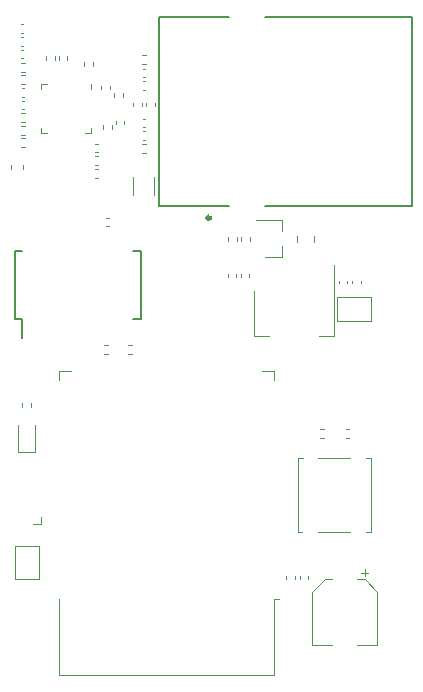
<source format=gbr>
%TF.GenerationSoftware,KiCad,Pcbnew,(5.1.10-1-10_14)*%
%TF.CreationDate,2022-02-26T18:00:52+01:00*%
%TF.ProjectId,esp-expander,6573702d-6578-4706-916e-6465722e6b69,rev?*%
%TF.SameCoordinates,Original*%
%TF.FileFunction,Legend,Top*%
%TF.FilePolarity,Positive*%
%FSLAX46Y46*%
G04 Gerber Fmt 4.6, Leading zero omitted, Abs format (unit mm)*
G04 Created by KiCad (PCBNEW (5.1.10-1-10_14)) date 2022-02-26 18:00:52*
%MOMM*%
%LPD*%
G01*
G04 APERTURE LIST*
%ADD10C,0.120000*%
%ADD11C,0.300000*%
%ADD12C,0.127000*%
%ADD13C,0.150000*%
G04 APERTURE END LIST*
D10*
%TO.C,C1*%
X109747164Y-99843000D02*
X109962836Y-99843000D01*
X109747164Y-100563000D02*
X109962836Y-100563000D01*
%TO.C,C2*%
X106532000Y-112287164D02*
X106532000Y-112502836D01*
X105812000Y-112287164D02*
X105812000Y-112502836D01*
%TO.C,C3*%
X104669000Y-112287164D02*
X104669000Y-112502836D01*
X105389000Y-112287164D02*
X105389000Y-112502836D01*
%TO.C,C5*%
X100436000Y-86709364D02*
X100436000Y-86925036D01*
X99716000Y-86709364D02*
X99716000Y-86925036D01*
%TO.C,C6*%
X100782800Y-86709364D02*
X100782800Y-86925036D01*
X101502800Y-86709364D02*
X101502800Y-86925036D01*
%TO.C,C7*%
X109834000Y-87483836D02*
X109834000Y-87268164D01*
X109114000Y-87483836D02*
X109114000Y-87268164D01*
%TO.C,C8*%
X110231600Y-87483836D02*
X110231600Y-87268164D01*
X110951600Y-87483836D02*
X110951600Y-87268164D01*
%TO.C,C9*%
X89427164Y-82656000D02*
X89642836Y-82656000D01*
X89427164Y-81936000D02*
X89642836Y-81936000D01*
%TO.C,C10*%
X82238964Y-70963200D02*
X82454636Y-70963200D01*
X82238964Y-71683200D02*
X82454636Y-71683200D01*
%TO.C,C11*%
X82238964Y-72750000D02*
X82454636Y-72750000D01*
X82238964Y-72030000D02*
X82454636Y-72030000D01*
%TO.C,C12*%
X82403836Y-68432000D02*
X82188164Y-68432000D01*
X82403836Y-67712000D02*
X82188164Y-67712000D01*
%TO.C,C13*%
X82403836Y-66645200D02*
X82188164Y-66645200D01*
X82403836Y-67365200D02*
X82188164Y-67365200D01*
%TO.C,C14*%
X82403836Y-66298400D02*
X82188164Y-66298400D01*
X82403836Y-65578400D02*
X82188164Y-65578400D01*
%TO.C,C15*%
X88487364Y-76407600D02*
X88703036Y-76407600D01*
X88487364Y-75687600D02*
X88703036Y-75687600D01*
%TO.C,C16*%
X88487364Y-76754400D02*
X88703036Y-76754400D01*
X88487364Y-77474400D02*
X88703036Y-77474400D01*
%TO.C,C17*%
X88487364Y-78541200D02*
X88703036Y-78541200D01*
X88487364Y-77821200D02*
X88703036Y-77821200D01*
%TO.C,C18*%
X92500564Y-71124400D02*
X92716236Y-71124400D01*
X92500564Y-70404400D02*
X92716236Y-70404400D01*
%TO.C,C19*%
X92500564Y-69337600D02*
X92716236Y-69337600D01*
X92500564Y-70057600D02*
X92716236Y-70057600D01*
%TO.C,C20*%
X92500564Y-75340800D02*
X92716236Y-75340800D01*
X92500564Y-74620800D02*
X92716236Y-74620800D01*
%TO.C,C21*%
X92500564Y-73554000D02*
X92716236Y-73554000D01*
X92500564Y-74274000D02*
X92716236Y-74274000D01*
%TO.C,C22*%
X93527200Y-72447036D02*
X93527200Y-72231364D01*
X92807200Y-72447036D02*
X92807200Y-72231364D01*
%TO.C,F1*%
X106983600Y-83976978D02*
X106983600Y-83459822D01*
X105563600Y-83976978D02*
X105563600Y-83459822D01*
%TO.C,J1*%
X83872001Y-107269999D02*
X83872001Y-107904999D01*
X83872001Y-107904999D02*
X83237001Y-107904999D01*
D11*
%TO.C,J2*%
X98244000Y-81948800D02*
G75*
G03*
X98244000Y-81948800I-150000J0D01*
G01*
D12*
X99794000Y-80948800D02*
X93914000Y-80948800D01*
X115314000Y-80948800D02*
X102894000Y-80948800D01*
X99794000Y-64948800D02*
X93914000Y-64948800D01*
X115314000Y-64948800D02*
X102894000Y-64948800D01*
X115314000Y-80948800D02*
X115314000Y-64948800D01*
X93914000Y-80948800D02*
X93914000Y-64948800D01*
D10*
%TO.C,JP1*%
X81677000Y-112525000D02*
X81677000Y-109725000D01*
X81677000Y-109725000D02*
X83677000Y-109725000D01*
X83677000Y-109725000D02*
X83677000Y-112525000D01*
X83677000Y-112525000D02*
X81677000Y-112525000D01*
%TO.C,L1*%
X82348800Y-77835979D02*
X82348800Y-77510421D01*
X81328800Y-77835979D02*
X81328800Y-77510421D01*
%TO.C,Q1*%
X104290400Y-85298400D02*
X102830400Y-85298400D01*
X104290400Y-82138400D02*
X102130400Y-82138400D01*
X104290400Y-82138400D02*
X104290400Y-83068400D01*
X104290400Y-85298400D02*
X104290400Y-84368400D01*
%TO.C,R1*%
X83057000Y-97636359D02*
X83057000Y-97943641D01*
X82297000Y-97636359D02*
X82297000Y-97943641D01*
%TO.C,R2*%
X107542359Y-100583000D02*
X107849641Y-100583000D01*
X107542359Y-99823000D02*
X107849641Y-99823000D01*
%TO.C,R3*%
X89254359Y-92711000D02*
X89561641Y-92711000D01*
X89254359Y-93471000D02*
X89561641Y-93471000D01*
%TO.C,R4*%
X91593641Y-92711000D02*
X91286359Y-92711000D01*
X91593641Y-93471000D02*
X91286359Y-93471000D01*
%TO.C,R5*%
X99696000Y-83564759D02*
X99696000Y-83872041D01*
X100456000Y-83564759D02*
X100456000Y-83872041D01*
%TO.C,R6*%
X100813600Y-83872041D02*
X100813600Y-83564759D01*
X101573600Y-83872041D02*
X101573600Y-83564759D01*
%TO.C,R7*%
X82500441Y-69876400D02*
X82193159Y-69876400D01*
X82500441Y-70636400D02*
X82193159Y-70636400D01*
%TO.C,R8*%
X82500441Y-69569600D02*
X82193159Y-69569600D01*
X82500441Y-68809600D02*
X82193159Y-68809600D01*
%TO.C,R9*%
X82500441Y-73076800D02*
X82193159Y-73076800D01*
X82500441Y-73836800D02*
X82193159Y-73836800D01*
%TO.C,R10*%
X82500441Y-74903600D02*
X82193159Y-74903600D01*
X82500441Y-74143600D02*
X82193159Y-74143600D01*
%TO.C,R11*%
X82193159Y-75970400D02*
X82500441Y-75970400D01*
X82193159Y-75210400D02*
X82500441Y-75210400D01*
%TO.C,R12*%
X86130400Y-68581241D02*
X86130400Y-68273959D01*
X85370400Y-68581241D02*
X85370400Y-68273959D01*
%TO.C,R13*%
X84303600Y-68581241D02*
X84303600Y-68273959D01*
X85063600Y-68581241D02*
X85063600Y-68273959D01*
%TO.C,R14*%
X88314800Y-69089241D02*
X88314800Y-68781959D01*
X87554800Y-69089241D02*
X87554800Y-68781959D01*
%TO.C,R15*%
X90854800Y-71372759D02*
X90854800Y-71680041D01*
X90094800Y-71372759D02*
X90094800Y-71680041D01*
%TO.C,R16*%
X88977200Y-70763159D02*
X88977200Y-71070441D01*
X89737200Y-70763159D02*
X89737200Y-71070441D01*
%TO.C,R17*%
X89129600Y-74423241D02*
X89129600Y-74115959D01*
X89889600Y-74423241D02*
X89889600Y-74115959D01*
%TO.C,R18*%
X90956400Y-74016841D02*
X90956400Y-73709559D01*
X90196400Y-74016841D02*
X90196400Y-73709559D01*
%TO.C,R19*%
X92429600Y-72185559D02*
X92429600Y-72492841D01*
X91669600Y-72185559D02*
X91669600Y-72492841D01*
%TO.C,R20*%
X92762041Y-75718400D02*
X92454759Y-75718400D01*
X92762041Y-76478400D02*
X92454759Y-76478400D01*
%TO.C,R21*%
X92760041Y-68960000D02*
X92452759Y-68960000D01*
X92760041Y-68200000D02*
X92452759Y-68200000D01*
%TO.C,R22*%
X91647600Y-78520936D02*
X91647600Y-79975064D01*
X93467600Y-78520936D02*
X93467600Y-79975064D01*
%TO.C,U1*%
X103633400Y-114220000D02*
X104013400Y-114220000D01*
X103633400Y-120640000D02*
X103633400Y-114220000D01*
X85393400Y-120640000D02*
X85393400Y-114220000D01*
X103633400Y-120640000D02*
X85393400Y-120640000D01*
X85393400Y-94895000D02*
X86393400Y-94895000D01*
X85393400Y-95675000D02*
X85393400Y-94895000D01*
X103633400Y-94895000D02*
X102633400Y-94895000D01*
X103633400Y-95675000D02*
X103633400Y-94895000D01*
%TO.C,U2*%
X108718400Y-85917600D02*
X108718400Y-91927600D01*
X101898400Y-88167600D02*
X101898400Y-91927600D01*
X108718400Y-91927600D02*
X107458400Y-91927600D01*
X101898400Y-91927600D02*
X103158400Y-91927600D01*
D13*
%TO.C,U3*%
X82245000Y-90505000D02*
X82245000Y-92105000D01*
X92320000Y-90505000D02*
X92320000Y-84755000D01*
X81670000Y-90505000D02*
X81670000Y-84755000D01*
X92320000Y-90505000D02*
X91670000Y-90505000D01*
X92320000Y-84755000D02*
X91670000Y-84755000D01*
X81670000Y-84755000D02*
X82320000Y-84755000D01*
X81670000Y-90505000D02*
X82245000Y-90505000D01*
D10*
%TO.C,U4*%
X88114400Y-71059800D02*
X88114400Y-70584800D01*
X83894400Y-74804800D02*
X84369400Y-74804800D01*
X83894400Y-74329800D02*
X83894400Y-74804800D01*
X83894400Y-70584800D02*
X84369400Y-70584800D01*
X83894400Y-71059800D02*
X83894400Y-70584800D01*
X88114400Y-74804800D02*
X87639400Y-74804800D01*
X88114400Y-74329800D02*
X88114400Y-74804800D01*
%TO.C,C4*%
X111598500Y-112003500D02*
X110973500Y-112003500D01*
X111286000Y-111691000D02*
X111286000Y-112316000D01*
X107905437Y-112556000D02*
X106841000Y-113620437D01*
X111296563Y-112556000D02*
X112361000Y-113620437D01*
X111296563Y-112556000D02*
X110661000Y-112556000D01*
X107905437Y-112556000D02*
X108541000Y-112556000D01*
X106841000Y-113620437D02*
X106841000Y-118076000D01*
X112361000Y-113620437D02*
X112361000Y-118076000D01*
X112361000Y-118076000D02*
X110661000Y-118076000D01*
X106841000Y-118076000D02*
X108541000Y-118076000D01*
%TO.C,D1*%
X83412000Y-101815000D02*
X83412000Y-99530000D01*
X81942000Y-101815000D02*
X83412000Y-101815000D01*
X81942000Y-99530000D02*
X81942000Y-101815000D01*
%TO.C,SW1*%
X111362000Y-102260000D02*
X111812000Y-102260000D01*
X111812000Y-108560000D02*
X111362000Y-108560000D01*
X111812000Y-102260000D02*
X111812000Y-108560000D01*
X110062000Y-108560000D02*
X107362000Y-108560000D01*
X107362000Y-102260000D02*
X110062000Y-102260000D01*
X105612000Y-108560000D02*
X106012000Y-108560000D01*
X105612000Y-102260000D02*
X105612000Y-108560000D01*
X106062000Y-102260000D02*
X105612000Y-102260000D01*
%TO.C,JP2*%
X108988400Y-88662000D02*
X111788400Y-88662000D01*
X111788400Y-88662000D02*
X111788400Y-90662000D01*
X111788400Y-90662000D02*
X108988400Y-90662000D01*
X108988400Y-90662000D02*
X108988400Y-88662000D01*
%TD*%
M02*

</source>
